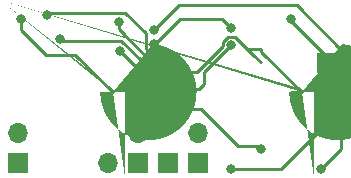
<source format=gbr>
%TF.GenerationSoftware,KiCad,Pcbnew,7.0.9*%
%TF.CreationDate,2024-03-13T02:47:38-05:00*%
%TF.ProjectId,SWITCHES,53574954-4348-4455-932e-6b696361645f,rev?*%
%TF.SameCoordinates,Original*%
%TF.FileFunction,Copper,L2,Bot*%
%TF.FilePolarity,Positive*%
%FSLAX46Y46*%
G04 Gerber Fmt 4.6, Leading zero omitted, Abs format (unit mm)*
G04 Created by KiCad (PCBNEW 7.0.9) date 2024-03-13 02:47:38*
%MOMM*%
%LPD*%
G01*
G04 APERTURE LIST*
G04 Aperture macros list*
%AMFreePoly0*
4,1,111,3.399420,4.055378,3.794993,3.996700,4.182910,3.899532,4.559435,3.764809,4.920942,3.593829,5.263949,3.388239,5.585153,3.150018,5.881460,2.881460,6.150018,2.585153,6.388239,2.263949,6.593829,1.920942,6.764809,1.559435,6.899532,1.182910,6.996700,0.794993,7.055378,0.399420,7.075000,0.000000,7.055378,-0.399420,6.996700,-0.794993,6.899532,-1.182910,6.764809,-1.559435,
6.593829,-1.920942,6.388239,-2.263949,6.150018,-2.585153,5.881460,-2.881460,5.585153,-3.150018,5.263949,-3.388239,4.920942,-3.593829,4.559435,-3.764809,4.182910,-3.899532,3.794993,-3.996700,3.399420,-4.055378,3.000000,-4.075000,2.600580,-4.055378,2.205007,-3.996700,1.817090,-3.899532,1.440565,-3.764809,1.079058,-3.593829,0.736051,-3.388239,0.414847,-3.150018,0.118540,-2.881460,
-0.150018,-2.585153,-0.388239,-2.263949,-0.593829,-1.920942,-0.764809,-1.559435,-0.899532,-1.182910,-0.996700,-0.794993,-1.055378,-0.399420,-1.075000,0.000000,0.994891,0.000000,1.015300,-0.285357,1.076112,-0.564904,1.176089,-0.832952,1.313195,-1.084044,1.484640,-1.313067,1.686933,-1.515360,1.915956,-1.686805,2.167048,-1.823911,2.435096,-1.923888,2.714643,-1.984700,3.000000,-2.005109,
3.285357,-1.984700,3.564904,-1.923888,3.832952,-1.823911,4.084044,-1.686805,4.313067,-1.515360,4.515360,-1.313067,4.686805,-1.084044,4.823911,-0.832952,4.923888,-0.564904,4.984700,-0.285357,5.005109,0.000000,4.984700,0.285357,4.923888,0.564904,4.823911,0.832952,4.686805,1.084044,4.515360,1.313067,4.313067,1.515360,4.084044,1.686805,3.832952,1.823911,3.564904,1.923888,
3.285357,1.984700,3.000000,2.005109,2.714643,1.984700,2.435096,1.923888,2.167048,1.823911,1.915956,1.686805,1.686933,1.515360,1.484640,1.313067,1.313195,1.084044,1.176089,0.832952,1.076112,0.564904,1.015300,0.285357,0.994891,0.000000,-1.075000,0.000000,-1.055378,0.399420,-0.996700,0.794993,-0.899532,1.182910,-0.764809,1.559435,-0.593829,1.920942,-0.388239,2.263949,
-0.150018,2.585153,0.118540,2.881460,0.414847,3.150018,0.736051,3.388239,1.079058,3.593829,1.440565,3.764809,1.817090,3.899532,2.205007,3.996700,2.600580,4.055378,3.000000,4.075000,3.399420,4.055378,3.399420,4.055378,$1*%
G04 Aperture macros list end*
%TA.AperFunction,ComponentPad*%
%ADD10R,1.700000X1.700000*%
%TD*%
%TA.AperFunction,ComponentPad*%
%ADD11O,1.700000X1.700000*%
%TD*%
%TA.AperFunction,SMDPad,CuDef*%
%ADD12FreePoly0,180.000000*%
%TD*%
%TA.AperFunction,ViaPad*%
%ADD13C,0.800000*%
%TD*%
%TA.AperFunction,Conductor*%
%ADD14C,0.250000*%
%TD*%
G04 APERTURE END LIST*
D10*
%TO.P,J8,1,Pin_1*%
%TO.N,/OUTPUT1*%
X154660000Y-93500000D03*
D11*
%TO.P,J8,3,Pin_3*%
X149580000Y-93500000D03*
%TD*%
D10*
%TO.P,J7,1,Pin_1*%
%TO.N,/OUTPUT3*%
X142000000Y-93500000D03*
D11*
%TO.P,J7,2,Pin_2*%
X142000000Y-90960000D03*
%TD*%
D10*
%TO.P,J1,1,Pin_1*%
%TO.N,/VCC_RES*%
X168150000Y-85000000D03*
D11*
%TO.P,J1,2,Pin_2*%
%TO.N,/DEBOUNCE1*%
X168150000Y-87540000D03*
%TO.P,J1,3,Pin_3*%
%TO.N,GND*%
X168150000Y-90080000D03*
%TD*%
D10*
%TO.P,J2,1,Pin_1*%
%TO.N,/OUTPUT0*%
X157240000Y-93500000D03*
D11*
%TO.P,J2,2,Pin_2*%
X157240000Y-90960000D03*
%TD*%
D10*
%TO.P,J3,1,Pin_1*%
%TO.N,/OUTPUT1*%
X152160000Y-93500000D03*
D11*
%TO.P,J3,2,Pin_2*%
X152160000Y-90960000D03*
%TD*%
D12*
%TO.P,J4,1,PWR*%
%TO.N,Net-(J4-PWR)*%
X150000000Y-87500000D03*
%TD*%
%TO.P,J5,1,PWR*%
%TO.N,Net-(J5-PWR)*%
X166000000Y-87500000D03*
%TD*%
D13*
%TO.N,GND*%
X160020000Y-93980000D03*
%TO.N,Net-(J5-PWR)*%
X144462701Y-80962701D03*
%TO.N,Net-(J4-PWR)*%
X142240000Y-81280000D03*
%TO.N,/OUTPUT0*%
X150500000Y-81500000D03*
X155000000Y-86500000D03*
%TO.N,/VCC_RES*%
X165100000Y-81280000D03*
%TO.N,/DEBOUNCE0*%
X160020000Y-83500000D03*
X145500000Y-83000000D03*
%TO.N,/DEBOUNCE3*%
X167640000Y-93980000D03*
X153500000Y-82200000D03*
%TO.N,/DEBOUNCE1*%
X162560000Y-92300000D03*
X150600000Y-84000000D03*
%TO.N,/DEBOUNCE2*%
X160000000Y-82000000D03*
X153500000Y-83400000D03*
%TD*%
D14*
%TO.N,Net-(J5-PWR)*%
X144650402Y-80775000D02*
X144462701Y-80962701D01*
X151049695Y-80775000D02*
X144650402Y-80775000D01*
X152775000Y-83800305D02*
X152775000Y-82500305D01*
X152775000Y-82500305D02*
X151049695Y-80775000D01*
X154749695Y-85775000D02*
X152775000Y-83800305D01*
X157108604Y-85775000D02*
X154749695Y-85775000D01*
X159295000Y-83199695D02*
X159295000Y-83588604D01*
X159295000Y-83588604D02*
X157108604Y-85775000D01*
X159719695Y-82775000D02*
X159295000Y-83199695D01*
X160320305Y-82775000D02*
X159719695Y-82775000D01*
%TO.N,/DEBOUNCE2*%
X159280000Y-81280000D02*
X155720000Y-81280000D01*
X155720000Y-81280000D02*
X153500000Y-83500000D01*
X160000000Y-82000000D02*
X159280000Y-81280000D01*
%TO.N,GND*%
X164200000Y-93980000D02*
X160020000Y-93980000D01*
X168100000Y-90080000D02*
X164200000Y-93980000D01*
%TO.N,Net-(J5-PWR)*%
X166000000Y-87500000D02*
X162560000Y-84060000D01*
X166000000Y-87500000D02*
X165045304Y-87500000D01*
X161365305Y-83820000D02*
X160320305Y-82775000D01*
X161962652Y-84417348D02*
X162500000Y-84954695D01*
X162560000Y-83820000D02*
X161365305Y-83820000D01*
X162560000Y-84060000D02*
X162560000Y-83820000D01*
X160320305Y-82775000D02*
X161962652Y-84417348D01*
%TO.N,Net-(J4-PWR)*%
X146800000Y-84300000D02*
X144300000Y-84300000D01*
X142240000Y-82240000D02*
X144300000Y-84300000D01*
X150000000Y-87500000D02*
X146800000Y-84300000D01*
X142240000Y-81280000D02*
X142240000Y-82240000D01*
%TO.N,/OUTPUT0*%
X150500000Y-81500000D02*
X150500000Y-82161701D01*
X154838299Y-86500000D02*
X155000000Y-86500000D01*
X150500000Y-82161701D02*
X154838299Y-86500000D01*
%TO.N,/VCC_RES*%
X165083295Y-81419715D02*
X165036346Y-81393349D01*
X168150000Y-84486420D02*
X165083295Y-81419715D01*
X168150000Y-85000000D02*
X168150000Y-84486420D01*
%TO.N,/DEBOUNCE0*%
X145500000Y-83100000D02*
X145600000Y-83000000D01*
X152400000Y-84774695D02*
X152400000Y-84925305D01*
X157725000Y-86800305D02*
X157725000Y-85795000D01*
X157725000Y-85795000D02*
X160020000Y-83500000D01*
X152400000Y-84925305D02*
X154699695Y-87225000D01*
X150725305Y-83100000D02*
X152400000Y-84774695D01*
X157300305Y-87225000D02*
X157725000Y-86800305D01*
X154699695Y-87225000D02*
X157300305Y-87225000D01*
X145500000Y-83100000D02*
X150725305Y-83100000D01*
%TO.N,/DEBOUNCE3*%
X169275000Y-86360000D02*
X169325000Y-86410000D01*
X169325000Y-83875000D02*
X169325000Y-86125000D01*
X155575000Y-80125000D02*
X165575000Y-80125000D01*
X169275000Y-86175000D02*
X169275000Y-86360000D01*
X153500000Y-82200000D02*
X155575000Y-80125000D01*
X165575000Y-80125000D02*
X169325000Y-83875000D01*
X169325000Y-86125000D02*
X169275000Y-86175000D01*
X169325000Y-92295000D02*
X167640000Y-93980000D01*
X169325000Y-86410000D02*
X169325000Y-92295000D01*
%TO.N,/DEBOUNCE1*%
X150600000Y-84000000D02*
X155500000Y-88900000D01*
X160580000Y-92000000D02*
X162560000Y-92000000D01*
X157480000Y-88900000D02*
X160580000Y-92000000D01*
X155500000Y-88900000D02*
X157480000Y-88900000D01*
X168000000Y-88151829D02*
X168000000Y-87540000D01*
%TD*%
M02*

</source>
